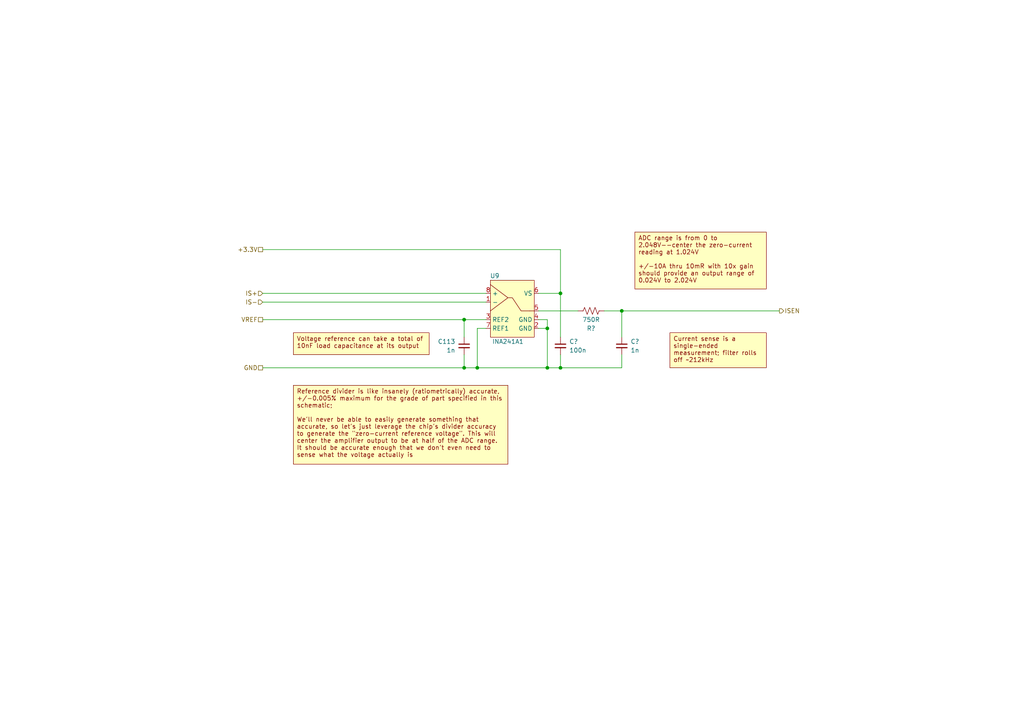
<source format=kicad_sch>
(kicad_sch (version 20230121) (generator eeschema)
  (paper "A4")
  (title_block (title "Shim Amplifier Prototype") (date "2023-08-01") (rev "A.1") (company "Ishaan Govindarajan"))
  (lib_symbols
    (symbol "Custom-AnalogIC:INA241A1"
      (property "Reference" "U" (at -3.81 10.16 0))
      (property "Value" "INA241A1" (at -1.27 -8.89 0))
      (symbol "INA241A1_0_1"
        (polyline (pts (xy -5.08 0) (xy -6.35 0)))
      )
      (symbol "INA241A1_1_1"
        (rectangle (start -6.35 8.89) (end 6.35 -7.62) (fill (type background)))
        (polyline (pts (xy 1.27 3.81) (xy 6.35 0)))
        (polyline (pts (xy 6.35 7.62) (xy 1.27 3.81)))
        (polyline (pts (xy -5.08 0) (xy -2.54 0) (xy 0 3.81) (xy 1.27 3.81)))
        (pin passive line (at 7.62 2.54 180) (length 1.27) (name "-") (number "1"))
        (pin power_in line (at -7.62 -5.08 0) (length 1.27) (name "GND") (number "2"))
        (pin passive line (at 7.62 -2.54 180) (length 1.27) (name "REF2") (number "3"))
        (pin power_in line (at -7.62 -2.54 0) (length 1.27) (name "GND") (number "4"))
        (pin output line (at -7.62 0 0) (length 1.27) (name "") (number "5"))
        (pin power_in line (at -7.62 5.08 0) (length 1.27) (name "VS") (number "6"))
        (pin passive line (at 7.62 -5.08 180) (length 1.27) (name "REF1") (number "7"))
        (pin passive line (at 7.62 5.08 180) (length 1.27) (name "+") (number "8"))
      )
    )
    (symbol "Custom-Capacitor:CL10B104KB8NNWC" (pin_numbers hide) (pin_names (offset 0.254) hide)
      (property "Reference" "C" (at 0.254 1.778 0))
      (property "Value" "100n" (at 0.254 -2.032 0))
      (symbol "CL10B104KB8NNWC_0_1"
        (polyline (pts (xy -1.524 -0.508) (xy 1.524 -0.508)) (stroke (width 0.3302)))
        (polyline (pts (xy -1.524 0.508) (xy 1.524 0.508)) (stroke (width 0.3048)))
      )
      (symbol "CL10B104KB8NNWC_1_1"
        (pin passive line (at 0 2.54 270) (length 2.032) (name "~") (number "1"))
        (pin passive line (at 0 -2.54 90) (length 2.032) (name "~") (number "2"))
      )
    )
    (symbol "Custom-Capacitor:GCM1885C2A102FA16D" (pin_numbers hide) (pin_names (offset 0.254) hide)
      (property "Reference" "C" (at 0.254 1.778 0))
      (property "Value" "1n" (at 0.254 -2.032 0))
      (symbol "GCM1885C2A102FA16D_0_1"
        (polyline (pts (xy -1.524 -0.508) (xy 1.524 -0.508)) (stroke (width 0.3302)))
        (polyline (pts (xy -1.524 0.508) (xy 1.524 0.508)) (stroke (width 0.3048)))
      )
      (symbol "GCM1885C2A102FA16D_1_1"
        (pin passive line (at 0 2.54 270) (length 2.032) (name "~") (number "1"))
        (pin passive line (at 0 -2.54 90) (length 2.032) (name "~") (number "2"))
      )
    )
    (symbol "Custom-Resistor:RMCF0603FT750R" (pin_numbers hide) (pin_names (offset 0))
      (property "Reference" "R" (at 2.54 0 90))
      (property "Value" "750R" (at -2.54 0 90))
      (symbol "RMCF0603FT750R_0_1"
        (polyline (pts (xy 0 -2.286) (xy 0 -2.54)))
        (polyline (pts (xy 0 2.286) (xy 0 2.54)))
        (polyline (pts (xy 0 -0.762) (xy 1.016 -1.143) (xy 0 -1.524) (xy -1.016 -1.905) (xy 0 -2.286)))
        (polyline (pts (xy 0 0.762) (xy 1.016 0.381) (xy 0 0) (xy -1.016 -0.381) (xy 0 -0.762)))
        (polyline (pts (xy 0 2.286) (xy 1.016 1.905) (xy 0 1.524) (xy -1.016 1.143) (xy 0 0.762)))
      )
      (symbol "RMCF0603FT750R_1_1"
        (pin passive line (at 0 3.81 270) (length 1.27) (name "~") (number "1"))
        (pin passive line (at 0 -3.81 90) (length 1.27) (name "~") (number "2"))
      )
    )
  )
  (junction (at 134.62 92.71))
  (junction (at 158.75 95.25))
  (junction (at 180.34 90.17))
  (junction (at 134.62 106.68))
  (junction (at 162.56 85.09))
  (junction (at 158.75 106.68))
  (junction (at 162.56 106.68))
  (junction (at 138.43 106.68))
  (wire (pts (xy 180.34 90.17) (xy 226.06 90.17)))
  (wire (pts (xy 76.2 106.68) (xy 134.62 106.68)))
  (wire (pts (xy 180.34 106.68) (xy 162.56 106.68)))
  (wire (pts (xy 134.62 106.68) (xy 138.43 106.68)))
  (wire (pts (xy 76.2 87.63) (xy 140.97 87.63)))
  (wire (pts (xy 167.64 90.17) (xy 156.21 90.17)))
  (wire (pts (xy 134.62 92.71) (xy 134.62 97.79)))
  (wire (pts (xy 138.43 95.25) (xy 138.43 106.68)))
  (wire (pts (xy 162.56 72.39) (xy 162.56 85.09)))
  (wire (pts (xy 162.56 85.09) (xy 156.21 85.09)))
  (wire (pts (xy 162.56 97.79) (xy 162.56 85.09)))
  (wire (pts (xy 162.56 102.87) (xy 162.56 106.68)))
  (wire (pts (xy 162.56 106.68) (xy 158.75 106.68)))
  (wire (pts (xy 180.34 90.17) (xy 180.34 97.79)))
  (wire (pts (xy 158.75 95.25) (xy 156.21 95.25)))
  (wire (pts (xy 140.97 95.25) (xy 138.43 95.25)))
  (wire (pts (xy 156.21 92.71) (xy 158.75 92.71)))
  (wire (pts (xy 76.2 92.71) (xy 134.62 92.71)))
  (wire (pts (xy 134.62 102.87) (xy 134.62 106.68)))
  (wire (pts (xy 180.34 90.17) (xy 175.26 90.17)))
  (wire (pts (xy 134.62 92.71) (xy 140.97 92.71)))
  (wire (pts (xy 76.2 85.09) (xy 140.97 85.09)))
  (wire (pts (xy 180.34 102.87) (xy 180.34 106.68)))
  (wire (pts (xy 158.75 95.25) (xy 158.75 106.68)))
  (wire (pts (xy 76.2 72.39) (xy 162.56 72.39)))
  (wire (pts (xy 138.43 106.68) (xy 158.75 106.68)))
  (wire (pts (xy 158.75 92.71) (xy 158.75 95.25)))
  (text_box "Current sense is a single-ended measurement; filter rolls off ~212kHz" (at 194.31 96.52 0) (size 27.94 10.16) (stroke (width 0) (color 132 0 0 1)) (fill (type color) (color 255 255 194 1)) (effects (font (size 1.27 1.27)) (justify left top)))
  (text_box "ADC range is from 0 to 2.048V--center the zero-current reading at 1.024V\n\n+/-10A thru 10mR with 10x gain should provide an output range of 0.024V to 2.024V" (at 184.15 67.31 0) (size 38.1 16.51) (stroke (width 0) (color 132 0 0 1)) (fill (type color) (color 255 255 194 1)) (effects (font (size 1.27 1.27)) (justify left top)))
  (text_box "Reference divider is like insanely (ratiometrically) accurate, +/-0.005% maximum for the grade of part specified in this schematic;\n\nWe'll never be able to easily generate something that accurate, so let's just leverage the chip's divider accuracy to generate the \"zero-current reference voltage\". This will center the amplifier output to be at half of the ADC range. It should be accurate enough that we don't even need to sense what the voltage actually is" (at 85.09 111.76 0) (size 62.23 22.86) (stroke (width 0) (color 132 0 0 1)) (fill (type color) (color 255 255 194 1)) (effects (font (size 1.27 1.27)) (justify left top)))
  (text_box "Voltage reference can take a total of 10nF load capacitance at its output" (at 85.09 96.52 0) (size 39.37 6.35) (stroke (width 0) (color 132 0 0 1)) (fill (type color) (color 255 255 194 1)) (effects (font (size 1.27 1.27)) (justify left top)))
  (hierarchical_label "IS+" (shape input) (at 76.2 85.09 180))
  (hierarchical_label "ISEN" (shape output) (at 226.06 90.17 0))
  (hierarchical_label "IS-" (shape input) (at 76.2 87.63 180))
  (hierarchical_label "+3.3V" (shape passive) (at 76.2 72.39 180))
  (hierarchical_label "GND" (shape passive) (at 76.2 106.68 180))
  (hierarchical_label "VREF" (shape passive) (at 76.2 92.71 180))
  (symbol (lib_id "Custom-Capacitor:GCM1885C2A102FA16D") (at 134.62 100.33 0) (unit 1)
    (property "Reference" "C113" (at 132.08 99.0663 0) (effects (justify right)))
    (property "Value" "1n" (at 132.08 101.6063 0) (effects (justify right)))
    (property "Footprint" "Capacitor_SMD:C_0603_1608Metric_Pad1.08x0.95mm_HandSolder" (effects hide))
    (property "Datasheet" "https://search.murata.co.jp/Ceramy/image/img/A01X/G101/ENG/GCM1885C2A102FA16-01.pdf" (effects hide))
    (property "Manufacturer" "Murata Electronics" (effects hide))
    (property "Part Number" "GCM1885C2A102FA16D" (effects hide))
  )
  (symbol (lib_id "Custom-Resistor:RMCF0603FT750R") (at 171.45 90.17 270) (unit 1)
    (property "Reference" "R?" (at 171.45 95.25 90))
    (property "Value" "750R" (at 171.45 92.71 90))
    (property "Footprint" "Resistor_SMD:R_0603_1608Metric_Pad0.98x0.95mm_HandSolder" (effects hide))
    (property "Datasheet" "https://www.seielect.com/Catalog/SEI-RMCF_RMCP.pdf" (effects hide))
    (property "Manufacturer" "Stackpole Electronics Inc" (effects hide))
    (property "Part Number" "RMCF0603FT750R" (effects hide))
    (instances (project "Class-D Prototype revA" (path "" (reference "R?") (unit 1)) (path "" (reference "R59") (unit 1))))
  )
  (symbol (lib_id "Custom-Capacitor:CL10B104KB8NNWC") (at 162.56 100.33 0) (mirror y) (unit 1)
    (property "Reference" "C?" (at 165.1 99.0663 0) (effects (justify right)))
    (property "Value" "100n" (at 165.1 101.6063 0) (effects (justify right)))
    (property "Footprint" "Capacitor_SMD:C_0603_1608Metric_Pad1.08x0.95mm_HandSolder" (effects hide))
    (property "Datasheet" "https://product.samsungsem.com/mlcc/CL31B106KAHNFN.do" (effects hide))
    (property "Manufacturer" "Samsung Electro-Mechanics" (effects hide))
    (property "Part Number" "CL10B104KB8NNWC" (effects hide))
    (instances (project "Class-D Prototype revA" (path "" (reference "C?") (unit 1)) (path "" (reference "C114") (unit 1))))
  )
  (symbol (lib_id "Custom-Capacitor:GCM1885C2A102FA16D") (at 180.34 100.33 0) (unit 1)
    (property "Reference" "C?" (at 182.88 99.0663 0) (effects (justify left)))
    (property "Value" "1n" (at 182.88 101.6063 0) (effects (justify left)))
    (property "Footprint" "Capacitor_SMD:C_0603_1608Metric_Pad1.08x0.95mm_HandSolder" (effects hide))
    (property "Datasheet" "https://search.murata.co.jp/Ceramy/image/img/A01X/G101/ENG/GCM1885C2A102FA16-01.pdf" (effects hide))
    (property "Manufacturer" "Murata Electronics" (effects hide))
    (property "Part Number" "GCM1885C2A102FA16D" (effects hide))
    (instances (project "Class-D Prototype revA" (path "" (reference "C?") (unit 1)) (path "" (reference "C115") (unit 1))))
  )
  (symbol (lib_id "Custom-AnalogIC:INA241A1") (at 148.59 90.17 0) (mirror y) (unit 1)
    (property "Reference" "U9" (at 143.51 80.01 0))
    (property "Value" "INA241A1" (at 147.32 99.06 0))
    (property "Footprint" "Package_TO_SOT_SMD:SOT-23-8_Handsoldering" (effects hide))
    (property "Datasheet" "https://www.ti.com/lit/ds/symlink/ina241a.pdf" (effects hide))
    (property "Manufacturer" "Texas Instruments" (effects hide))
    (property "Part Number" "INA241A1IDDFR" (effects hide))
  )
)
</source>
